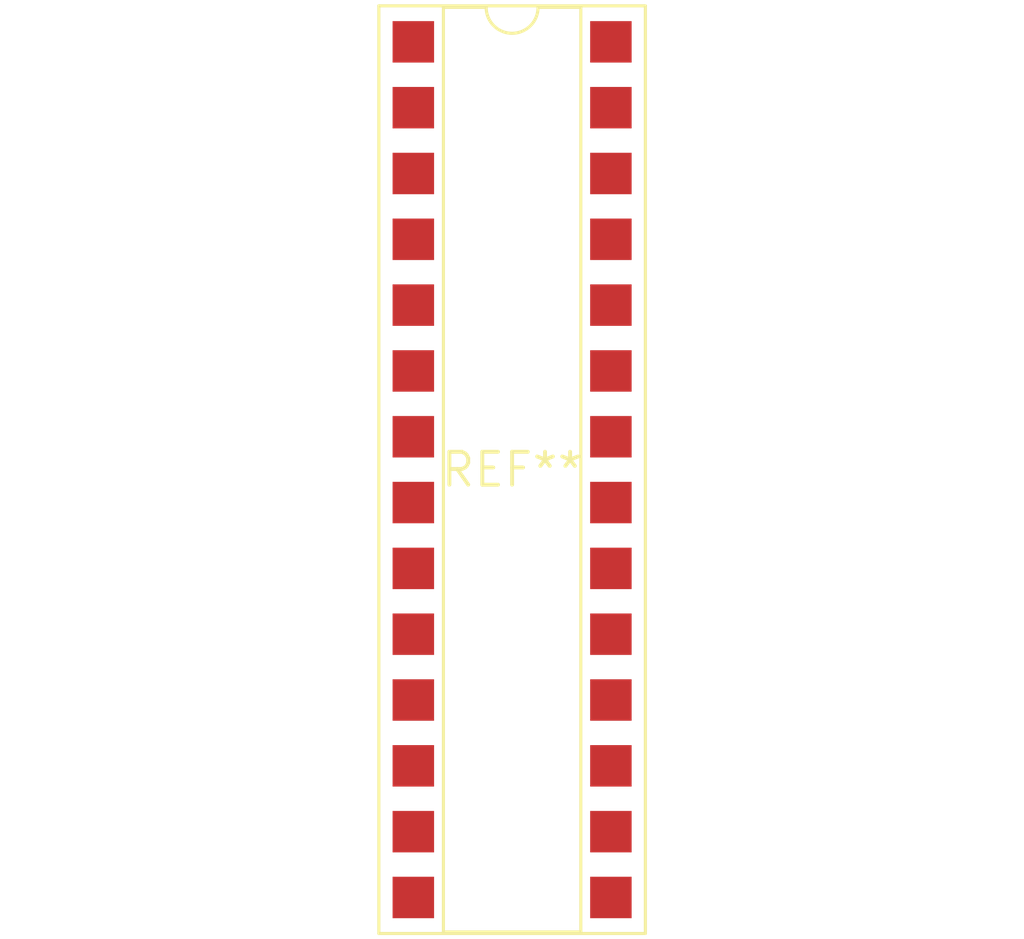
<source format=kicad_pcb>
(kicad_pcb (version 20240108) (generator pcbnew)
  (layers (0 "F.Cu" signal) (31 "B.Cu" signal) (34 "B.Paste" user) (35 "F.Paste" user) (36 "B.SilkS" user "B.Silkscreen") (37 "F.SilkS" user "F.Silkscreen") (38 "B.Mask" user) (39 "F.Mask" user) (44 "Edge.Cuts" user))
  (net 0 "")
  (footprint "DIP-28_W7.62mm_SMDSocket_SmallPads" (layer "F.Cu") (at 0 0)
    (property "Reference" "REF**")
    (property "Value" "DIP-28_W7.62mm_SMDSocket_SmallPads")
    (fp_line (start -5.14 -17.9) (end -5.14 17.9) (layer "F.SilkS") (stroke (width 0.12)))
    (fp_line (start -5.14 17.9) (end 5.14 17.9) (layer "F.SilkS") (stroke (width 0.12)))
    (fp_line (start -2.65 -17.84) (end -2.65 17.84) (layer "F.SilkS") (stroke (width 0.12)))
    (fp_line (start -2.65 17.84) (end 2.65 17.84) (layer "F.SilkS") (stroke (width 0.12)))
    (fp_line (start -1 -17.84) (end -2.65 -17.84) (layer "F.SilkS") (stroke (width 0.12)))
    (fp_line (start 2.65 -17.84) (end 1 -17.84) (layer "F.SilkS") (stroke (width 0.12)))
    (fp_line (start 2.65 17.84) (end 2.65 -17.84) (layer "F.SilkS") (stroke (width 0.12)))
    (fp_line (start 5.14 -17.9) (end -5.14 -17.9) (layer "F.SilkS") (stroke (width 0.12)))
    (fp_line (start 5.14 17.9) (end 5.14 -17.9) (layer "F.SilkS") (stroke (width 0.12)))
    (fp_arc (start 1 -17.84) (mid 0 -16.84) (end -1 -17.84) (layer "F.SilkS") (stroke (width 0.12)))
    (pad "1" smd rect (at -3.81 -16.51) (size 1.6 1.6) (layers "F.Cu" "F.Paste" "F.Mask"))
    (pad "2" smd rect (at -3.81 -13.97) (size 1.6 1.6) (layers "F.Cu" "F.Paste" "F.Mask"))
    (pad "3" smd rect (at -3.81 -11.43) (size 1.6 1.6) (layers "F.Cu" "F.Paste" "F.Mask"))
    (pad "4" smd rect (at -3.81 -8.89) (size 1.6 1.6) (layers "F.Cu" "F.Paste" "F.Mask"))
    (pad "5" smd rect (at -3.81 -6.35) (size 1.6 1.6) (layers "F.Cu" "F.Paste" "F.Mask"))
    (pad "6" smd rect (at -3.81 -3.81) (size 1.6 1.6) (layers "F.Cu" "F.Paste" "F.Mask"))
    (pad "7" smd rect (at -3.81 -1.27) (size 1.6 1.6) (layers "F.Cu" "F.Paste" "F.Mask"))
    (pad "8" smd rect (at -3.81 1.27) (size 1.6 1.6) (layers "F.Cu" "F.Paste" "F.Mask"))
    (pad "9" smd rect (at -3.81 3.81) (size 1.6 1.6) (layers "F.Cu" "F.Paste" "F.Mask"))
    (pad "10" smd rect (at -3.81 6.35) (size 1.6 1.6) (layers "F.Cu" "F.Paste" "F.Mask"))
    (pad "11" smd rect (at -3.81 8.89) (size 1.6 1.6) (layers "F.Cu" "F.Paste" "F.Mask"))
    (pad "12" smd rect (at -3.81 11.43) (size 1.6 1.6) (layers "F.Cu" "F.Paste" "F.Mask"))
    (pad "13" smd rect (at -3.81 13.97) (size 1.6 1.6) (layers "F.Cu" "F.Paste" "F.Mask"))
    (pad "14" smd rect (at -3.81 16.51) (size 1.6 1.6) (layers "F.Cu" "F.Paste" "F.Mask"))
    (pad "15" smd rect (at 3.81 16.51) (size 1.6 1.6) (layers "F.Cu" "F.Paste" "F.Mask"))
    (pad "16" smd rect (at 3.81 13.97) (size 1.6 1.6) (layers "F.Cu" "F.Paste" "F.Mask"))
    (pad "17" smd rect (at 3.81 11.43) (size 1.6 1.6) (layers "F.Cu" "F.Paste" "F.Mask"))
    (pad "18" smd rect (at 3.81 8.89) (size 1.6 1.6) (layers "F.Cu" "F.Paste" "F.Mask"))
    (pad "19" smd rect (at 3.81 6.35) (size 1.6 1.6) (layers "F.Cu" "F.Paste" "F.Mask"))
    (pad "20" smd rect (at 3.81 3.81) (size 1.6 1.6) (layers "F.Cu" "F.Paste" "F.Mask"))
    (pad "21" smd rect (at 3.81 1.27) (size 1.6 1.6) (layers "F.Cu" "F.Paste" "F.Mask"))
    (pad "22" smd rect (at 3.81 -1.27) (size 1.6 1.6) (layers "F.Cu" "F.Paste" "F.Mask"))
    (pad "23" smd rect (at 3.81 -3.81) (size 1.6 1.6) (layers "F.Cu" "F.Paste" "F.Mask"))
    (pad "24" smd rect (at 3.81 -6.35) (size 1.6 1.6) (layers "F.Cu" "F.Paste" "F.Mask"))
    (pad "25" smd rect (at 3.81 -8.89) (size 1.6 1.6) (layers "F.Cu" "F.Paste" "F.Mask"))
    (pad "26" smd rect (at 3.81 -11.43) (size 1.6 1.6) (layers "F.Cu" "F.Paste" "F.Mask"))
    (pad "27" smd rect (at 3.81 -13.97) (size 1.6 1.6) (layers "F.Cu" "F.Paste" "F.Mask"))
    (pad "28" smd rect (at 3.81 -16.51) (size 1.6 1.6) (layers "F.Cu" "F.Paste" "F.Mask"))
  )
)
</source>
